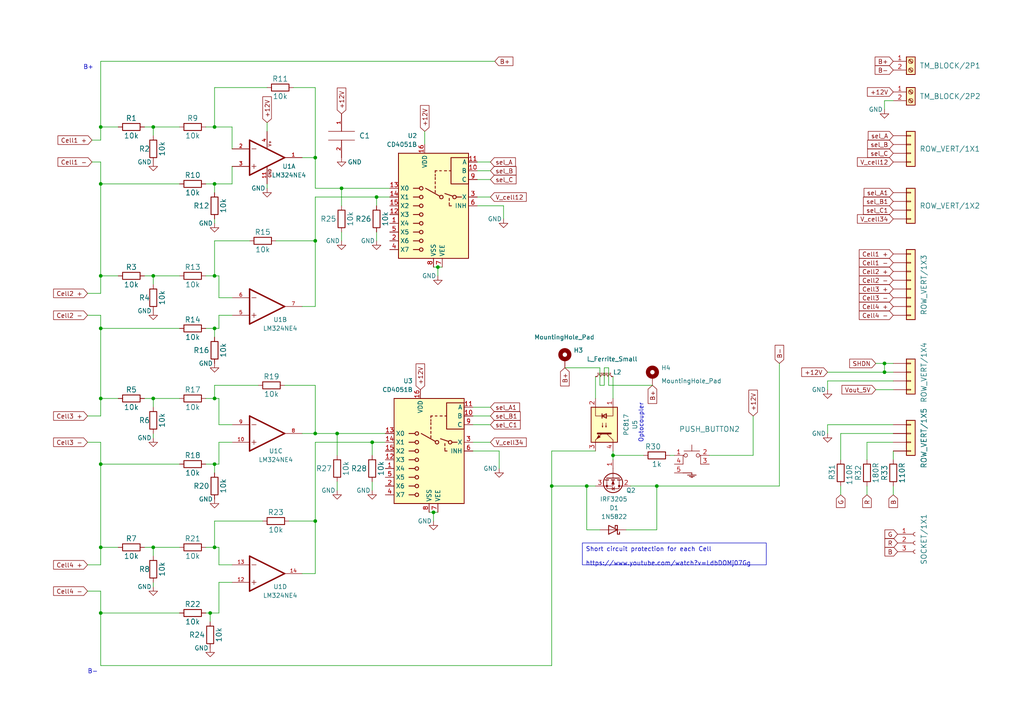
<source format=kicad_sch>
(kicad_sch (version 20230121) (generator eeschema)
  (paper "A4")
  (junction (at 29.21 134.62))
  (junction (at 256.54 107.95))
  (junction (at 99.06 54.61))
  (junction (at 91.44 125.73))
  (junction (at 160.02 140.97))
  (junction (at 60.96 177.8))
  (junction (at 109.22 57.15))
  (junction (at 91.44 45.72))
  (junction (at 125.73 148.59))
  (junction (at 29.21 115.57))
  (junction (at 29.21 80.01))
  (junction (at 62.23 36.83))
  (junction (at 29.21 95.25))
  (junction (at 91.44 69.85))
  (junction (at 44.45 36.83))
  (junction (at 29.21 36.83))
  (junction (at 177.8 132.08))
  (junction (at 29.21 158.75))
  (junction (at 44.45 158.75))
  (junction (at 62.23 80.01))
  (junction (at 97.79 125.73))
  (junction (at 170.18 140.97))
  (junction (at 127 77.47))
  (junction (at 44.45 115.57))
  (junction (at 44.45 80.01))
  (junction (at 62.23 115.57))
  (junction (at 190.5 140.97))
  (junction (at 62.23 95.25))
  (junction (at 107.95 128.27))
  (junction (at 256.54 105.41))
  (junction (at 91.44 151.13))
  (junction (at 29.21 177.8))
  (junction (at 62.23 134.62))
  (junction (at 62.23 53.34))
  (junction (at 62.23 158.75))
  (junction (at 29.21 53.34))
  (wire (pts (xy 254 113.03) (xy 259.08 113.03)))
  (wire (pts (xy 62.23 36.83) (xy 67.31 36.83)))
  (wire (pts (xy 160.02 130.81) (xy 160.02 140.97)))
  (wire (pts (xy 63.5 91.44) (xy 63.5 95.25)))
  (wire (pts (xy 44.45 125.73) (xy 44.45 127)))
  (wire (pts (xy 29.21 53.34) (xy 52.07 53.34)))
  (wire (pts (xy 41.91 115.57) (xy 44.45 115.57)))
  (wire (pts (xy 29.21 128.27) (xy 29.21 134.62)))
  (wire (pts (xy 256.54 105.41) (xy 256.54 107.95)))
  (wire (pts (xy 44.45 168.91) (xy 44.45 170.18)))
  (wire (pts (xy 125.73 77.47) (xy 127 77.47)))
  (wire (pts (xy 99.06 67.31) (xy 99.06 69.85)))
  (wire (pts (xy 182.88 140.97) (xy 190.5 140.97)))
  (wire (pts (xy 243.84 125.73) (xy 259.08 125.73)))
  (wire (pts (xy 60.96 177.8) (xy 60.96 180.34)))
  (wire (pts (xy 218.44 132.08) (xy 205.74 132.08)))
  (wire (pts (xy 29.21 158.75) (xy 34.29 158.75)))
  (wire (pts (xy 62.23 95.25) (xy 59.69 95.25)))
  (wire (pts (xy 87.63 125.73) (xy 91.44 125.73)))
  (wire (pts (xy 67.31 36.83) (xy 67.31 43.18)))
  (wire (pts (xy 91.44 111.76) (xy 91.44 125.73)))
  (wire (pts (xy 29.21 115.57) (xy 34.29 115.57)))
  (wire (pts (xy 41.91 36.83) (xy 44.45 36.83)))
  (wire (pts (xy 109.22 57.15) (xy 109.22 59.69)))
  (wire (pts (xy 138.43 49.53) (xy 142.24 49.53)))
  (wire (pts (xy 91.44 125.73) (xy 97.79 125.73)))
  (wire (pts (xy 59.69 80.01) (xy 62.23 80.01)))
  (wire (pts (xy 63.5 168.91) (xy 63.5 177.8)))
  (wire (pts (xy 123.19 41.91) (xy 123.19 38.1)))
  (wire (pts (xy 25.4 128.27) (xy 29.21 128.27)))
  (wire (pts (xy 63.5 123.19) (xy 67.31 123.19)))
  (wire (pts (xy 170.18 140.97) (xy 172.72 140.97)))
  (wire (pts (xy 137.16 128.27) (xy 142.24 128.27)))
  (wire (pts (xy 59.69 115.57) (xy 62.23 115.57)))
  (wire (pts (xy 80.01 69.85) (xy 91.44 69.85)))
  (wire (pts (xy 240.03 113.03) (xy 240.03 110.49)))
  (wire (pts (xy 82.55 111.76) (xy 91.44 111.76)))
  (wire (pts (xy 29.21 46.99) (xy 29.21 53.34)))
  (wire (pts (xy 160.02 140.97) (xy 170.18 140.97)))
  (wire (pts (xy 138.43 46.99) (xy 142.24 46.99)))
  (wire (pts (xy 63.5 80.01) (xy 63.5 86.36)))
  (wire (pts (xy 87.63 166.37) (xy 91.44 166.37)))
  (wire (pts (xy 107.95 128.27) (xy 107.95 132.08)))
  (wire (pts (xy 146.05 59.69) (xy 146.05 63.5)))
  (wire (pts (xy 173.99 111.76) (xy 175.26 111.76)))
  (wire (pts (xy 62.23 158.75) (xy 63.5 158.75)))
  (wire (pts (xy 127 77.47) (xy 127 80.01)))
  (wire (pts (xy 99.06 54.61) (xy 113.03 54.61)))
  (wire (pts (xy 62.23 36.83) (xy 62.23 25.4)))
  (wire (pts (xy 91.44 151.13) (xy 91.44 166.37)))
  (wire (pts (xy 256.54 105.41) (xy 259.08 105.41)))
  (wire (pts (xy 25.4 171.45) (xy 29.21 171.45)))
  (wire (pts (xy 62.23 69.85) (xy 72.39 69.85)))
  (wire (pts (xy 190.5 153.67) (xy 190.5 140.97)))
  (wire (pts (xy 29.21 91.44) (xy 29.21 95.25)))
  (wire (pts (xy 29.21 36.83) (xy 34.29 36.83)))
  (wire (pts (xy 163.83 106.68) (xy 173.99 106.68)))
  (wire (pts (xy 87.63 88.9) (xy 91.44 88.9)))
  (wire (pts (xy 176.53 106.68) (xy 176.53 111.76)))
  (wire (pts (xy 170.18 153.67) (xy 170.18 140.97)))
  (wire (pts (xy 62.23 151.13) (xy 76.2 151.13)))
  (wire (pts (xy 251.46 128.27) (xy 259.08 128.27)))
  (wire (pts (xy 41.91 80.01) (xy 44.45 80.01)))
  (wire (pts (xy 91.44 128.27) (xy 107.95 128.27)))
  (wire (pts (xy 29.21 53.34) (xy 29.21 80.01)))
  (wire (pts (xy 97.79 125.73) (xy 111.76 125.73)))
  (wire (pts (xy 177.8 132.08) (xy 186.69 132.08)))
  (wire (pts (xy 62.23 63.5) (xy 62.23 64.77)))
  (wire (pts (xy 172.72 109.22) (xy 172.72 115.57)))
  (wire (pts (xy 124.46 148.59) (xy 125.73 148.59)))
  (wire (pts (xy 226.06 105.41) (xy 226.06 140.97)))
  (wire (pts (xy 29.21 171.45) (xy 29.21 177.8)))
  (wire (pts (xy 41.91 158.75) (xy 44.45 158.75)))
  (wire (pts (xy 91.44 54.61) (xy 99.06 54.61)))
  (wire (pts (xy 91.44 45.72) (xy 91.44 54.61)))
  (wire (pts (xy 181.61 153.67) (xy 190.5 153.67)))
  (wire (pts (xy 160.02 193.04) (xy 160.02 140.97)))
  (wire (pts (xy 29.21 95.25) (xy 29.21 115.57)))
  (wire (pts (xy 62.23 115.57) (xy 62.23 111.76)))
  (wire (pts (xy 251.46 128.27) (xy 251.46 133.35)))
  (wire (pts (xy 62.23 111.76) (xy 74.93 111.76)))
  (wire (pts (xy 44.45 80.01) (xy 52.07 80.01)))
  (wire (pts (xy 259.08 140.97) (xy 259.08 143.51)))
  (wire (pts (xy 107.95 139.7) (xy 107.95 142.24)))
  (wire (pts (xy 67.31 91.44) (xy 63.5 91.44)))
  (wire (pts (xy 97.79 139.7) (xy 97.79 142.24)))
  (wire (pts (xy 137.16 120.65) (xy 142.24 120.65)))
  (wire (pts (xy 77.47 38.1) (xy 77.47 35.56)))
  (wire (pts (xy 62.23 158.75) (xy 62.23 151.13)))
  (wire (pts (xy 29.21 17.78) (xy 29.21 36.83)))
  (wire (pts (xy 175.26 106.68) (xy 176.53 106.68)))
  (wire (pts (xy 29.21 80.01) (xy 29.21 85.09)))
  (wire (pts (xy 67.31 128.27) (xy 63.5 128.27)))
  (wire (pts (xy 91.44 57.15) (xy 91.44 69.85)))
  (wire (pts (xy 243.84 125.73) (xy 243.84 133.35)))
  (wire (pts (xy 256.54 29.21) (xy 259.08 29.21)))
  (wire (pts (xy 240.03 110.49) (xy 259.08 110.49)))
  (wire (pts (xy 172.72 130.81) (xy 160.02 130.81)))
  (wire (pts (xy 29.21 134.62) (xy 29.21 158.75)))
  (wire (pts (xy 240.03 107.95) (xy 256.54 107.95)))
  (wire (pts (xy 177.8 130.81) (xy 177.8 132.08)))
  (wire (pts (xy 137.16 123.19) (xy 142.24 123.19)))
  (wire (pts (xy 59.69 158.75) (xy 62.23 158.75)))
  (wire (pts (xy 52.07 95.25) (xy 29.21 95.25)))
  (wire (pts (xy 109.22 67.31) (xy 109.22 69.85)))
  (wire (pts (xy 240.03 123.19) (xy 259.08 123.19)))
  (wire (pts (xy 25.4 85.09) (xy 29.21 85.09)))
  (wire (pts (xy 144.78 130.81) (xy 144.78 135.89)))
  (wire (pts (xy 87.63 45.72) (xy 91.44 45.72)))
  (wire (pts (xy 91.44 69.85) (xy 91.44 88.9)))
  (wire (pts (xy 138.43 57.15) (xy 142.24 57.15)))
  (wire (pts (xy 29.21 193.04) (xy 160.02 193.04)))
  (wire (pts (xy 29.21 134.62) (xy 52.07 134.62)))
  (wire (pts (xy 44.45 115.57) (xy 52.07 115.57)))
  (wire (pts (xy 59.69 53.34) (xy 62.23 53.34)))
  (wire (pts (xy 91.44 25.4) (xy 91.44 45.72)))
  (wire (pts (xy 177.8 109.22) (xy 177.8 115.57)))
  (wire (pts (xy 63.5 86.36) (xy 67.31 86.36)))
  (wire (pts (xy 25.4 91.44) (xy 29.21 91.44)))
  (wire (pts (xy 137.16 130.81) (xy 144.78 130.81)))
  (wire (pts (xy 125.73 148.59) (xy 127 148.59)))
  (wire (pts (xy 59.69 36.83) (xy 62.23 36.83)))
  (wire (pts (xy 63.5 163.83) (xy 67.31 163.83)))
  (wire (pts (xy 177.8 132.08) (xy 177.8 133.35)))
  (wire (pts (xy 44.45 115.57) (xy 44.45 118.11)))
  (wire (pts (xy 62.23 97.79) (xy 62.23 95.25)))
  (wire (pts (xy 256.54 107.95) (xy 259.08 107.95)))
  (wire (pts (xy 29.21 115.57) (xy 29.21 120.65)))
  (wire (pts (xy 67.31 168.91) (xy 63.5 168.91)))
  (wire (pts (xy 62.23 134.62) (xy 63.5 134.62)))
  (wire (pts (xy 63.5 177.8) (xy 60.96 177.8)))
  (wire (pts (xy 62.23 25.4) (xy 77.47 25.4)))
  (wire (pts (xy 67.31 53.34) (xy 67.31 48.26)))
  (wire (pts (xy 97.79 125.73) (xy 97.79 132.08)))
  (wire (pts (xy 218.44 120.65) (xy 218.44 132.08)))
  (wire (pts (xy 63.5 115.57) (xy 63.5 123.19)))
  (wire (pts (xy 63.5 158.75) (xy 63.5 163.83)))
  (wire (pts (xy 29.21 158.75) (xy 29.21 163.83)))
  (wire (pts (xy 99.06 54.61) (xy 99.06 59.69)))
  (wire (pts (xy 62.23 53.34) (xy 67.31 53.34)))
  (wire (pts (xy 26.67 40.64) (xy 29.21 40.64)))
  (wire (pts (xy 63.5 95.25) (xy 62.23 95.25)))
  (wire (pts (xy 60.96 177.8) (xy 59.69 177.8)))
  (wire (pts (xy 240.03 125.73) (xy 240.03 123.19)))
  (wire (pts (xy 62.23 55.88) (xy 62.23 53.34)))
  (wire (pts (xy 194.31 132.08) (xy 195.58 132.08)))
  (wire (pts (xy 63.5 128.27) (xy 63.5 134.62)))
  (wire (pts (xy 29.21 193.04) (xy 29.21 177.8)))
  (wire (pts (xy 109.22 57.15) (xy 91.44 57.15)))
  (wire (pts (xy 52.07 177.8) (xy 29.21 177.8)))
  (wire (pts (xy 107.95 128.27) (xy 111.76 128.27)))
  (wire (pts (xy 125.73 148.59) (xy 125.73 151.13)))
  (wire (pts (xy 175.26 111.76) (xy 175.26 106.68)))
  (wire (pts (xy 29.21 17.78) (xy 143.51 17.78)))
  (wire (pts (xy 127 77.47) (xy 128.27 77.47)))
  (wire (pts (xy 29.21 80.01) (xy 34.29 80.01)))
  (wire (pts (xy 59.69 134.62) (xy 62.23 134.62)))
  (wire (pts (xy 44.45 36.83) (xy 44.45 39.37)))
  (wire (pts (xy 173.99 153.67) (xy 170.18 153.67)))
  (wire (pts (xy 44.45 158.75) (xy 52.07 158.75)))
  (wire (pts (xy 137.16 118.11) (xy 142.24 118.11)))
  (wire (pts (xy 83.82 151.13) (xy 91.44 151.13)))
  (wire (pts (xy 113.03 57.15) (xy 109.22 57.15)))
  (wire (pts (xy 173.99 106.68) (xy 173.99 111.76)))
  (wire (pts (xy 190.5 140.97) (xy 226.06 140.97)))
  (wire (pts (xy 243.84 140.97) (xy 243.84 143.51)))
  (wire (pts (xy 29.21 36.83) (xy 29.21 40.64)))
  (wire (pts (xy 138.43 52.07) (xy 142.24 52.07)))
  (wire (pts (xy 44.45 36.83) (xy 52.07 36.83)))
  (wire (pts (xy 44.45 80.01) (xy 44.45 82.55)))
  (wire (pts (xy 259.08 133.35) (xy 259.08 130.81)))
  (wire (pts (xy 25.4 120.65) (xy 29.21 120.65)))
  (wire (pts (xy 26.67 46.99) (xy 29.21 46.99)))
  (wire (pts (xy 254 105.41) (xy 256.54 105.41)))
  (wire (pts (xy 85.09 25.4) (xy 91.44 25.4)))
  (wire (pts (xy 62.23 80.01) (xy 63.5 80.01)))
  (wire (pts (xy 44.45 158.75) (xy 44.45 161.29)))
  (wire (pts (xy 176.53 111.76) (xy 189.23 111.76)))
  (wire (pts (xy 62.23 115.57) (xy 63.5 115.57)))
  (wire (pts (xy 256.54 31.75) (xy 256.54 29.21)))
  (wire (pts (xy 251.46 140.97) (xy 251.46 143.51)))
  (wire (pts (xy 62.23 134.62) (xy 62.23 137.16)))
  (wire (pts (xy 77.47 53.34) (xy 77.47 54.61)))
  (wire (pts (xy 138.43 59.69) (xy 146.05 59.69)))
  (wire (pts (xy 91.44 151.13) (xy 91.44 128.27)))
  (wire (pts (xy 25.4 163.83) (xy 29.21 163.83)))
  (wire (pts (xy 62.23 80.01) (xy 62.23 69.85)))
  (text_box "Short circuit protection for each Cell\n\nhttps://www.youtube.com/watch?v=LdbDOMj07Gg\n" (at 168.91 157.48 0) (size 53.34 6.35) (effects (font (size 1.27 1.27)) (justify left top)))
  (text "B+" (at 24.13 20.32 0) (effects (font (size 1.27 1.27)) (justify left bottom)))
  (text "B-" (at 25.4 195.58 0) (effects (font (size 1.27 1.27)) (justify left bottom)))
  (text "Optocoupler" (at 186.69 116.84 90) (effects (font (size 1.27 1.27)) (justify right bottom)))
  (global_label "+12V" (shape input) (at 99.06 33.02 90) (property "Intersheetrefs" "${INTERSHEET_REFS}" (effects hide)))
  (global_label "sel_C" (shape input) (at 259.08 44.45 180) (property "Intersheetrefs" "${INTERSHEET_REFS}" (effects hide)))
  (global_label "sel_A1" (shape input) (at 259.08 55.88 180) (property "Intersheetrefs" "${INTERSHEET_REFS}" (effects hide)))
  (global_label "+12V" (shape input) (at 259.08 26.67 180) (property "Intersheetrefs" "${INTERSHEET_REFS}" (effects hide)))
  (global_label "sel_A" (shape input) (at 259.08 39.37 180) (property "Intersheetrefs" "${INTERSHEET_REFS}" (effects hide)))
  (global_label "Cell3 -" (shape input) (at 25.4 128.27 180) (property "Intersheetrefs" "${INTERSHEET_REFS}" (effects hide)))
  (global_label "B+" (shape input) (at 259.08 17.78 180) (property "Intersheetrefs" "${INTERSHEET_REFS}" (effects hide)))
  (global_label "sel_A1" (shape input) (at 142.24 118.11 0) (property "Intersheetrefs" "${INTERSHEET_REFS}" (effects hide)))
  (global_label "sel_A" (shape input) (at 142.24 46.99 0) (property "Intersheetrefs" "${INTERSHEET_REFS}" (effects hide)))
  (global_label "sel_C1" (shape input) (at 259.08 60.96 180) (property "Intersheetrefs" "${INTERSHEET_REFS}" (effects hide)))
  (global_label "Cell4 -" (shape input) (at 259.08 91.44 180) (property "Intersheetrefs" "${INTERSHEET_REFS}" (effects hide)))
  (global_label "Cell1 +" (shape input) (at 259.08 73.66 180) (property "Intersheetrefs" "${INTERSHEET_REFS}" (effects hide)))
  (global_label "Cell2 +" (shape input) (at 25.4 85.09 180) (property "Intersheetrefs" "${INTERSHEET_REFS}" (effects hide)))
  (global_label "Cell1 -" (shape input) (at 26.67 46.99 180) (property "Intersheetrefs" "${INTERSHEET_REFS}" (effects hide)))
  (global_label "sel_B" (shape input) (at 142.24 49.53 0) (property "Intersheetrefs" "${INTERSHEET_REFS}" (effects hide)))
  (global_label "V_cell34" (shape input) (at 259.08 63.5 180) (property "Intersheetrefs" "${INTERSHEET_REFS}" (effects hide)))
  (global_label "V_cell12" (shape input) (at 142.24 57.15 0) (property "Intersheetrefs" "${INTERSHEET_REFS}" (effects hide)))
  (global_label "sel_C1" (shape input) (at 142.24 123.19 0) (property "Intersheetrefs" "${INTERSHEET_REFS}" (effects hide)))
  (global_label "Cell1 -" (shape input) (at 259.08 76.2 180) (property "Intersheetrefs" "${INTERSHEET_REFS}" (effects hide)))
  (global_label "Cell3 +" (shape input) (at 259.08 83.82 180) (property "Intersheetrefs" "${INTERSHEET_REFS}" (effects hide)))
  (global_label "V_cell34" (shape input) (at 142.24 128.27 0) (property "Intersheetrefs" "${INTERSHEET_REFS}" (effects hide)))
  (global_label "B+" (shape input) (at 143.51 17.78 0) (property "Intersheetrefs" "${INTERSHEET_REFS}" (effects hide)))
  (global_label "B-" (shape input) (at 226.06 105.41 90) (property "Intersheetrefs" "${INTERSHEET_REFS}" (effects hide)))
  (global_label "Vout_5V" (shape input) (at 254 113.03 180) (property "Intersheetrefs" "${INTERSHEET_REFS}" (effects hide)))
  (global_label "R" (shape input) (at 251.46 143.51 270) (property "Intersheetrefs" "${INTERSHEET_REFS}" (effects hide)))
  (global_label "B" (shape input) (at 259.08 143.51 270) (property "Intersheetrefs" "${INTERSHEET_REFS}" (effects hide)))
  (global_label "SHDN" (shape input) (at 254 105.41 180) (property "Intersheetrefs" "${INTERSHEET_REFS}" (effects hide)))
  (global_label "Cell3 -" (shape input) (at 259.08 86.36 180) (property "Intersheetrefs" "${INTERSHEET_REFS}" (effects hide)))
  (global_label "Cell4 +" (shape input) (at 259.08 88.9 180) (property "Intersheetrefs" "${INTERSHEET_REFS}" (effects hide)))
  (global_label "Cell1 +" (shape input) (at 26.67 40.64 180) (property "Intersheetrefs" "${INTERSHEET_REFS}" (effects hide)))
  (global_label "sel_B1" (shape input) (at 142.24 120.65 0) (property "Intersheetrefs" "${INTERSHEET_REFS}" (effects hide)))
  (global_label "sel_B1" (shape input) (at 259.08 58.42 180) (property "Intersheetrefs" "${INTERSHEET_REFS}" (effects hide)))
  (global_label "B" (shape input) (at 260.35 160.02 180) (property "Intersheetrefs" "${INTERSHEET_REFS}" (effects hide)))
  (global_label "B+" (shape input) (at 163.83 106.68 270) (property "Intersheetrefs" "${INTERSHEET_REFS}" (effects hide)))
  (global_label "R" (shape input) (at 260.35 157.48 180) (property "Intersheetrefs" "${INTERSHEET_REFS}" (effects hide)))
  (global_label "Cell2 +" (shape input) (at 259.08 78.74 180) (property "Intersheetrefs" "${INTERSHEET_REFS}" (effects hide)))
  (global_label "Cell3 +" (shape input) (at 25.4 120.65 180) (property "Intersheetrefs" "${INTERSHEET_REFS}" (effects hide)))
  (global_label "+12V" (shape input) (at 240.03 107.95 180) (property "Intersheetrefs" "${INTERSHEET_REFS}" (effects hide)))
  (global_label "G" (shape input) (at 260.35 154.94 180) (property "Intersheetrefs" "${INTERSHEET_REFS}" (effects hide)))
  (global_label "+12V" (shape input) (at 77.47 35.56 90) (property "Intersheetrefs" "${INTERSHEET_REFS}" (effects hide)))
  (global_label "B+" (shape input) (at 189.23 111.76 270) (property "Intersheetrefs" "${INTERSHEET_REFS}" (effects hide)))
  (global_label "sel_C" (shape input) (at 142.24 52.07 0) (property "Intersheetrefs" "${INTERSHEET_REFS}" (effects hide)))
  (global_label "G" (shape input) (at 243.84 143.51 270) (property "Intersheetrefs" "${INTERSHEET_REFS}" (effects hide)))
  (global_label "Cell2 -" (shape input) (at 259.08 81.28 180) (property "Intersheetrefs" "${INTERSHEET_REFS}" (effects hide)))
  (global_label "+12V" (shape input) (at 121.92 113.03 90) (property "Intersheetrefs" "${INTERSHEET_REFS}" (effects hide)))
  (global_label "Cell4 +" (shape input) (at 25.4 163.83 180) (property "Intersheetrefs" "${INTERSHEET_REFS}" (effects hide)))
  (global_label "+12V" (shape input) (at 123.19 38.1 90) (property "Intersheetrefs" "${INTERSHEET_REFS}" (effects hide)))
  (global_label "Cell2 -" (shape input) (at 25.4 91.44 180) (property "Intersheetrefs" "${INTERSHEET_REFS}" (effects hide)))
  (global_label "V_cell12" (shape input) (at 259.08 46.99 180) (property "Intersheetrefs" "${INTERSHEET_REFS}" (effects hide)))
  (global_label "sel_B" (shape input) (at 259.08 41.91 180) (property "Intersheetrefs" "${INTERSHEET_REFS}" (effects hide)))
  (global_label "Cell4 -" (shape input) (at 25.4 171.45 180) (property "Intersheetrefs" "${INTERSHEET_REFS}" (effects hide)))
  (global_label "+12V" (shape input) (at 218.44 120.65 90) (property "Intersheetrefs" "${INTERSHEET_REFS}" (effects hide)))
  (global_label "B-" (shape input) (at 259.08 20.32 180) (property "Intersheetrefs" "${INTERSHEET_REFS}" (effects hide)))
  (symbol (lib_id "VAMK_R:10k") (at 55.88 80.01 180) (unit 1)
    (property "Reference" "R13" (at 55.88 77.47 0) (effects (font (size 1.524 1.524))))
    (property "Value" "10k" (at 55.88 82.55 0) (effects (font (size 1.524 1.524))))
    (property "Footprint" "VAMK_R:R3_5W" (effects hide))
    (property "Datasheet" "\"\"" (effects hide))
    (property "Storing Location" " 1.9.1.1" (effects hide))
    (property "Tolerance" "+-1%" (effects hide))
    (property "Order Number Elfa" "60-734-23" (effects hide))
    (property "Order Number Farnell" "9463976" (effects hide))
    (property "Blank Field" "none" (effects hide))
  )
  (symbol (lib_id "VAMK_CON:SOCKET_1X3") (at 265.43 157.48 0) (unit 1)
    (property "Reference" "SOCKET/1X1" (at 267.97 163.83 90) (effects (font (size 1.524 1.524)) (justify left)))
    (property "Value" "SOCKET_1X3" (effects hide))
    (property "Footprint" "VAMK_CON:SOCKET_1x3" (effects hide))
    (property "Datasheet" "\"\"" (effects hide))
    (property "Storing Location" "3.9.4.X" (effects hide))
    (property "Order Number Elfa" "44-157-59" (effects hide))
    (property "Order Numer Farnell" "366-5707" (effects hide))
  )
  (symbol (lib_id "LM324NE4:LM324NE4") (at 77.47 88.9 0) (unit 2)
    (property "Reference" "U1" (at 81.28 92.71 0))
    (property "Value" "LM324NE4" (at 81.28 95.25 0))
    (property "Footprint" "Package_DIP:DIP-14_W7.62mm_Socket_LongPads" (effects hide))
    (property "MF" "Texas Instruments" (effects hide))
    (property "MAXIMUM_PACKAGE_HEIGHT" "5.08mm" (effects hide))
    (property "Package" "PDIP-14 Texas Instruments" (effects hide))
    (property "Price" "None" (effects hide))
    (property "Check_prices" "https://www.snapeda.com/parts/LM324NE4/Texas+Instruments/view-part/?ref=eda" (effects hide))
    (property "STANDARD" "IPC-7351B" (effects hide))
    (property "PARTREV" "D" (effects hide))
    (property "SnapEDA_Link" "https://www.snapeda.com/parts/LM324NE4/Texas+Instruments/view-part/?ref=snap" (effects hide))
    (property "MP" "LM324NE4" (effects hide))
    (property "Purchase-URL" "https://www.snapeda.com/api/url_track_click_mouser/?unipart_id=18368&manufacturer=Texas Instruments&part_name=LM324NE4&search_term=lm324" (effects hide))
    (property "Description" "\nQuad, 30-V, 1.2-MHz operational amplifier\n" (effects hide))
    (property "Availability" "In Stock" (effects hide))
    (property "MANUFACTURER" "Texas Instruments" (effects hide))
  )
  (symbol (lib_id "power:GND") (at 44.45 46.99 0) (unit 1)
    (property "Reference" "#PWR02" (effects hide))
    (property "Value" "GND" (at 41.91 46.99 0))
  )
  (symbol (lib_id "VAMK_CON:ROW_VERT_1X4") (at 264.16 58.42 0) (unit 1)
    (property "Reference" "ROW_VERT/1X2" (at 266.7 59.69 0) (effects (font (size 1.524 1.524)) (justify left)))
    (property "Value" "ROW_VERT_1X4" (effects hide))
    (property "Footprint" "VAMK_CON:ROW_VERT_1x4" (effects hide))
    (property "Datasheet" "\"\"" (effects hide))
    (property "Storing Location" "3.10.1.X" (effects hide))
    (property "Order Number Elfa" "43-702-19" (effects hide))
    (property "Order Numer Farnell" "329-1807" (effects hide))
  )
  (symbol (lib_id "VAMK_R:10k") (at 55.88 134.62 180) (unit 1)
    (property "Reference" "R18" (at 55.88 132.08 0) (effects (font (size 1.524 1.524))))
    (property "Value" "10k" (at 55.88 137.16 0) (effects (font (size 1.524 1.524))))
    (property "Footprint" "VAMK_R:R3_5W" (effects hide))
    (property "Datasheet" "\"\"" (effects hide))
    (property "Storing Location" " 1.9.1.1" (effects hide))
    (property "Tolerance" "+-1%" (effects hide))
    (property "Order Number Elfa" "60-734-23" (effects hide))
    (property "Order Number Farnell" "9463976" (effects hide))
    (property "Blank Field" "none" (effects hide))
  )
  (symbol (lib_id "VAMK_R:10k") (at 38.1 115.57 180) (unit 1)
    (property "Reference" "R5" (at 38.1 113.03 0) (effects (font (size 1.524 1.524))))
    (property "Value" "10k" (at 38.1 118.11 0) (effects (font (size 1.524 1.524))))
    (property "Footprint" "VAMK_R:R3_5W" (effects hide))
    (property "Datasheet" "\"\"" (effects hide))
    (property "Storing Location" " 1.9.1.1" (effects hide))
    (property "Tolerance" "+-1%" (effects hide))
    (property "Order Number Elfa" "60-734-23" (effects hide))
    (property "Order Number Farnell" "9463976" (effects hide))
    (property "Blank Field" "none" (effects hide))
  )
  (symbol (lib_id "VAMK_R:10k") (at 80.01 151.13 180) (unit 1)
    (property "Reference" "R23" (at 80.01 148.59 0) (effects (font (size 1.524 1.524))))
    (property "Value" "10k" (at 80.01 153.67 0) (effects (font (size 1.524 1.524))))
    (property "Footprint" "VAMK_R:R3_5W" (effects hide))
    (property "Datasheet" "\"\"" (effects hide))
    (property "Storing Location" " 1.9.1.1" (effects hide))
    (property "Tolerance" "+-1%" (effects hide))
    (property "Order Number Elfa" "60-734-23" (effects hide))
    (property "Order Number Farnell" "9463976" (effects hide))
    (property "Blank Field" "none" (effects hide))
  )
  (symbol (lib_id "power:GND") (at 127 80.01 0) (unit 1)
    (property "Reference" "#PWR013" (effects hide))
    (property "Value" "GND" (at 124.46 80.01 0))
  )
  (symbol (lib_id "VAMK_R:10k") (at 62.23 59.69 270) (unit 1)
    (property "Reference" "R12" (at 58.42 59.69 90) (effects (font (size 1.524 1.524))))
    (property "Value" "10k" (at 64.77 59.69 0) (effects (font (size 1.524 1.524))))
    (property "Footprint" "VAMK_R:R3_5W" (effects hide))
    (property "Datasheet" "\"\"" (effects hide))
    (property "Storing Location" " 1.9.1.1" (effects hide))
    (property "Tolerance" "+-1%" (effects hide))
    (property "Order Number Elfa" "60-734-23" (effects hide))
    (property "Order Number Farnell" "9463976" (effects hide))
    (property "Blank Field" "none" (effects hide))
  )
  (symbol (lib_id "power:GND") (at 44.45 90.17 0) (unit 1)
    (property "Reference" "#PWR05" (effects hide))
    (property "Value" "GND" (at 41.91 90.17 0))
  )
  (symbol (lib_id "VAMK_R:10k") (at 55.88 36.83 180) (unit 1)
    (property "Reference" "R9" (at 55.88 34.29 0) (effects (font (size 1.524 1.524))))
    (property "Value" "10k" (at 55.88 39.37 0) (effects (font (size 1.524 1.524))))
    (property "Footprint" "VAMK_R:R3_5W" (effects hide))
    (property "Datasheet" "\"\"" (effects hide))
    (property "Storing Location" " 1.9.1.1" (effects hide))
    (property "Tolerance" "+-1%" (effects hide))
    (property "Order Number Elfa" "60-734-23" (effects hide))
    (property "Order Number Farnell" "9463976" (effects hide))
    (property "Blank Field" "none" (effects hide))
  )
  (symbol (lib_id "Diode:1N5822") (at 177.8 153.67 180) (unit 1)
    (property "Reference" "D1" (at 178.1175 147.32 0))
    (property "Value" "1N5822" (at 178.1175 149.86 0))
    (property "Footprint" "Diode_THT:D_DO-201AD_P15.24mm_Horizontal" (effects hide))
    (property "Datasheet" "http://www.vishay.com/docs/88526/1n5820.pdf" (effects hide))
  )
  (symbol (lib_id "Mechanical:MountingHole_Pad") (at 163.83 104.14 0) (unit 1)
    (property "Reference" "H3" (at 166.37 101.6 0) (effects (justify left)))
    (property "Value" "MountingHole_Pad" (at 154.94 97.79 0) (effects (justify left)))
    (property "Footprint" "MountingHole:MountingHole_2.2mm_M2_Pad" (effects hide))
  )
  (symbol (lib_id "power:GND") (at 240.03 125.73 0) (unit 1)
    (property "Reference" "#PWR026" (effects hide))
    (property "Value" "GND" (at 237.49 125.73 0))
  )
  (symbol (lib_id "power:GND") (at 146.05 63.5 0) (unit 1)
    (property "Reference" "#PWR016" (effects hide))
    (property "Value" "GND" (at 143.51 63.5 0))
  )
  (symbol (lib_id "VAMK_R:10k") (at 55.88 177.8 180) (unit 1)
    (property "Reference" "R22" (at 55.88 175.26 0) (effects (font (size 1.524 1.524))))
    (property "Value" "10k" (at 55.88 180.34 0) (effects (font (size 1.524 1.524))))
    (property "Footprint" "VAMK_R:R3_5W" (effects hide))
    (property "Datasheet" "\"\"" (effects hide))
    (property "Storing Location" " 1.9.1.1" (effects hide))
    (property "Tolerance" "+-1%" (effects hide))
    (property "Order Number Elfa" "60-734-23" (effects hide))
    (property "Order Number Farnell" "9463976" (effects hide))
    (property "Blank Field" "none" (effects hide))
  )
  (symbol (lib_id "VAMK_R:10k") (at 81.28 25.4 180) (unit 1)
    (property "Reference" "R11" (at 81.28 22.86 0) (effects (font (size 1.524 1.524))))
    (property "Value" "10k" (at 81.28 27.94 0) (effects (font (size 1.524 1.524))))
    (property "Footprint" "VAMK_R:R3_5W" (effects hide))
    (property "Datasheet" "\"\"" (effects hide))
    (property "Storing Location" " 1.9.1.1" (effects hide))
    (property "Tolerance" "+-1%" (effects hide))
    (property "Order Number Elfa" "60-734-23" (effects hide))
    (property "Order Number Farnell" "9463976" (effects hide))
    (property "Blank Field" "none" (effects hide))
  )
  (symbol (lib_id "Device:L_Ferrite_Small") (at 175.26 109.22 90) (unit 1)
    (property "Reference" "L2" (at 177.8 107.95 90) (effects (justify right)))
    (property "Value" "L_Ferrite_Small" (at 170.18 104.14 90) (effects (justify right)))
    (property "Footprint" "Coil_100u:PE92112KNL" (effects hide))
  )
  (symbol (lib_id "VAMK_CON:ROW_VERT_1X4") (at 264.16 107.95 0) (unit 1)
    (property "Reference" "ROW_VERT/1X4" (at 267.97 116.84 90) (effects (font (size 1.524 1.524)) (justify left)))
    (property "Value" "ROW_VERT_1X4" (effects hide))
    (property "Footprint" "VAMK_CON:ROW_VERT_1x4" (effects hide))
    (property "Datasheet" "\"\"" (effects hide))
    (property "Storing Location" "3.10.1.X" (effects hide))
    (property "Order Number Elfa" "43-702-19" (effects hide))
    (property "Order Numer Farnell" "329-1807" (effects hide))
  )
  (symbol (lib_id "LM324NE4:LM324NE4") (at 77.47 45.72 0) (unit 1)
    (property "Reference" "U1" (at 83.82 48.26 0))
    (property "Value" "LM324NE4" (at 83.82 50.8 0))
    (property "Footprint" "Package_DIP:DIP-14_W7.62mm_Socket_LongPads" (effects hide))
    (property "MF" "Texas Instruments" (effects hide))
    (property "MAXIMUM_PACKAGE_HEIGHT" "5.08mm" (effects hide))
    (property "Package" "PDIP-14 Texas Instruments" (effects hide))
    (property "Price" "None" (effects hide))
    (property "Check_prices" "https://www.snapeda.com/parts/LM324NE4/Texas+Instruments/view-part/?ref=eda" (effects hide))
    (property "STANDARD" "IPC-7351B" (effects hide))
    (property "PARTREV" "D" (effects hide))
    (property "SnapEDA_Link" "https://www.snapeda.com/parts/LM324NE4/Texas+Instruments/view-part/?ref=snap" (effects hide))
    (property "MP" "LM324NE4" (effects hide))
    (property "Purchase-URL" "https://www.snapeda.com/api/url_track_click_mouser/?unipart_id=18368&manufacturer=Texas Instruments&part_name=LM324NE4&search_term=lm324" (effects hide))
    (property "Description" "\nQuad, 30-V, 1.2-MHz operational amplifier\n" (effects hide))
    (property "Availability" "In Stock" (effects hide))
    (property "MANUFACTURER" "Texas Instruments" (effects hide))
  )
  (symbol (lib_id "VAMK_R:180R") (at 251.46 137.16 90) (unit 1)
    (property "Reference" "R32" (at 248.92 137.16 0) (effects (font (size 1.524 1.524))))
    (property "Value" "180R" (at 254 137.16 0) (effects (font (size 1.524 1.524))))
    (property "Footprint" "VAMK_R:R3_5W" (effects hide))
    (property "Datasheet" "\"\"" (effects hide))
    (property "Storing Location" " 1.5.3.1" (effects hide))
    (property "Tolerance" "+-1%" (effects hide))
    (property "Order Number Elfa" "60-714-19" (effects hide))
    (property "Order Number Farnell" "9464980" (effects hide))
    (property "Blank Field" "none" (effects hide))
  )
  (symbol (lib_id "VAMK_R:10k") (at 78.74 111.76 180) (unit 1)
    (property "Reference" "R19" (at 78.74 109.22 0) (effects (font (size 1.524 1.524))))
    (property "Value" "10k" (at 78.74 114.3 0) (effects (font (size 1.524 1.524))))
    (property "Footprint" "VAMK_R:R3_5W" (effects hide))
    (property "Datasheet" "\"\"" (effects hide))
    (property "Storing Location" " 1.9.1.1" (effects hide))
    (property "Tolerance" "+-1%" (effects hide))
    (property "Order Number Elfa" "60-734-23" (effects hide))
    (property "Order Number Farnell" "9463976" (effects hide))
    (property "Blank Field" "none" (effects hide))
  )
  (symbol (lib_id "power:GND") (at 99.06 45.72 0) (unit 1)
    (property "Reference" "#PWR023" (effects hide))
    (property "Value" "GND" (at 102.87 46.99 0))
  )
  (symbol (lib_id "Analog_Switch:CD4051B") (at 125.73 59.69 0) (mirror y) (unit 1)
    (property "Reference" "U2" (at 120.9959 39.37 0) (effects (justify left)))
    (property "Value" "CD4051B" (at 120.9959 41.91 0) (effects (justify left)))
    (property "Footprint" "Package_DIP:DIP-16_W7.62mm_Socket_LongPads" (effects hide))
    (property "Datasheet" "http://www.ti.com/lit/ds/symlink/cd4052b.pdf" (effects hide))
  )
  (symbol (lib_id "VAMK_R:10k") (at 44.45 43.18 270) (unit 1)
    (property "Reference" "R2" (at 41.91 43.18 90) (effects (font (size 1.524 1.524))))
    (property "Value" "10k" (at 46.99 43.18 0) (effects (font (size 1.524 1.524))))
    (property "Footprint" "VAMK_R:R3_5W" (effects hide))
    (property "Datasheet" "\"\"" (effects hide))
    (property "Storing Location" " 1.9.1.1" (effects hide))
    (property "Tolerance" "+-1%" (effects hide))
    (property "Order Number Elfa" "60-734-23" (effects hide))
    (property "Order Number Farnell" "9463976" (effects hide))
    (property "Blank Field" "none" (effects hide))
  )
  (symbol (lib_id "power:GND") (at 97.79 142.24 0) (unit 1)
    (property "Reference" "#PWR021" (effects hide))
    (property "Value" "GND" (at 95.25 142.24 0))
  )
  (symbol (lib_id "VAMK_R:10k") (at 38.1 80.01 180) (unit 1)
    (property "Reference" "R3" (at 38.1 77.47 0) (effects (font (size 1.524 1.524))))
    (property "Value" "10k" (at 38.1 82.55 0) (effects (font (size 1.524 1.524))))
    (property "Footprint" "VAMK_R:R3_5W" (effects hide))
    (property "Datasheet" "\"\"" (effects hide))
    (property "Storing Location" " 1.9.1.1" (effects hide))
    (property "Tolerance" "+-1%" (effects hide))
    (property "Order Number Elfa" "60-734-23" (effects hide))
    (property "Order Number Farnell" "9463976" (effects hide))
    (property "Blank Field" "none" (effects hide))
  )
  (symbol (lib_id "Analog_Switch:CD4051B") (at 124.46 130.81 0) (mirror y) (unit 1)
    (property "Reference" "U3" (at 119.7259 110.49 0) (effects (justify left)))
    (property "Value" "CD4051B" (at 119.7259 113.03 0) (effects (justify left)))
    (property "Footprint" "Package_DIP:DIP-16_W7.62mm_Socket_LongPads" (effects hide))
    (property "Datasheet" "http://www.ti.com/lit/ds/symlink/cd4052b.pdf" (effects hide))
  )
  (symbol (lib_id "power:GND") (at 62.23 105.41 0) (unit 1)
    (property "Reference" "#PWR03" (effects hide))
    (property "Value" "GND" (at 59.69 105.41 0))
  )
  (symbol (lib_id "Mechanical:MountingHole_Pad") (at 189.23 109.22 0) (unit 1)
    (property "Reference" "H4" (at 191.77 106.68 0) (effects (justify left)))
    (property "Value" "MountingHole_Pad" (at 191.77 110.49 0) (effects (justify left)))
    (property "Footprint" "MountingHole:MountingHole_2.2mm_M2_Pad" (effects hide))
  )
  (symbol (lib_id "LM324NE4:LM324NE4") (at 77.47 166.37 0) (unit 4)
    (property "Reference" "U1" (at 81.28 170.18 0))
    (property "Value" "LM324NE4" (at 81.28 172.72 0))
    (property "Footprint" "Package_DIP:DIP-14_W7.62mm_Socket_LongPads" (effects hide))
    (property "MF" "Texas Instruments" (effects hide))
    (property "MAXIMUM_PACKAGE_HEIGHT" "5.08mm" (effects hide))
    (property "Package" "PDIP-14 Texas Instruments" (effects hide))
    (property "Price" "None" (effects hide))
    (property "Check_prices" "https://www.snapeda.com/parts/LM324NE4/Texas+Instruments/view-part/?ref=eda" (effects hide))
    (property "STANDARD" "IPC-7351B" (effects hide))
    (property "PARTREV" "D" (effects hide))
    (property "SnapEDA_Link" "https://www.snapeda.com/parts/LM324NE4/Texas+Instruments/view-part/?ref=snap" (effects hide))
    (property "MP" "LM324NE4" (effects hide))
    (property "Purchase-URL" "https://www.snapeda.com/api/url_track_click_mouser/?unipart_id=18368&manufacturer=Texas Instruments&part_name=LM324NE4&search_term=lm324" (effects hide))
    (property "Description" "\nQuad, 30-V, 1.2-MHz operational amplifier\n" (effects hide))
    (property "Availability" "In Stock" (effects hide))
    (property "MANUFACTURER" "Texas Instruments" (effects hide))
  )
  (symbol (lib_id "power:GND") (at 60.96 187.96 0) (unit 1)
    (property "Reference" "#PWR012" (effects hide))
    (property "Value" "GND" (at 58.42 187.96 0))
  )
  (symbol (lib_id "power:GND") (at 44.45 170.18 0) (unit 1)
    (property "Reference" "#PWR07" (effects hide))
    (property "Value" "GND" (at 41.91 170.18 0))
  )
  (symbol (lib_id "VAMK_MISC:PUSH_BUTTON") (at 200.66 132.08 0) (unit 1)
    (property "Reference" "PUSH_BUTTON2" (at 214.63 124.46 0) (effects (font (size 1.524 1.524)) (justify right)))
    (property "Value" "PUSH_BUTTON" (effects hide))
    (property "Footprint" "VAMK_MISC:SKHHQV" (effects hide))
    (property "Datasheet" "\"\"" (effects hide))
    (property "Storing Location" "4.3.4.2" (effects hide))
    (property "Order Number Elfa" "35-677-24" (effects hide))
    (property "Order Number Farnell" "35-677-24" (effects hide))
  )
  (symbol (lib_id "VAMK_R:1k") (at 190.5 132.08 0) (unit 1)
    (property "Reference" "R30" (at 191.77 129.54 0) (effects (font (size 1.524 1.524)) (justify right)))
    (property "Value" "1k" (at 190.5 134.62 0) (effects (font (size 1.524 1.524))))
    (property "Footprint" "VAMK_R:R3_5W" (effects hide))
    (property "Datasheet" "\"\"" (effects hide))
    (property "Storing Location" " 1.7.1.1" (effects hide))
    (property "Tolerance" "+-1%" (effects hide))
    (property "Order Number Elfa" "60-722-84" (effects hide))
    (property "Order Number Farnell" "9465170" (effects hide))
    (property "Blank Field" "none" (effects hide))
  )
  (symbol (lib_id "power:GND") (at 44.45 127 0) (unit 1)
    (property "Reference" "#PWR06" (effects hide))
    (property "Value" "GND" (at 41.91 127 0))
  )
  (symbol (lib_id "power:GND") (at 144.78 135.89 0) (unit 1)
    (property "Reference" "#PWR017" (effects hide))
    (property "Value" "GND" (at 142.24 135.89 0))
  )
  (symbol (lib_id "VAMK_R:10k") (at 97.79 135.89 270) (unit 1)
    (property "Reference" "R27" (at 93.98 135.89 90) (effects (font (size 1.524 1.524))))
    (property "Value" "10k" (at 100.33 135.89 0) (effects (font (size 1.524 1.524))))
    (property "Footprint" "VAMK_R:R3_5W" (effects hide))
    (property "Datasheet" "\"\"" (effects hide))
    (property "Storing Location" " 1.9.1.1" (effects hide))
    (property "Tolerance" "+-1%" (effects hide))
    (property "Order Number Elfa" "60-734-23" (effects hide))
    (property "Order Number Farnell" "9463976" (effects hide))
    (property "Blank Field" "none" (effects hide))
  )
  (symbol (lib_id "VAMK_R:10k") (at 109.22 63.5 270) (unit 1)
    (property "Reference" "R26" (at 105.41 63.5 90) (effects (font (size 1.524 1.524))))
    (property "Value" "10k" (at 111.76 63.5 0) (effects (font (size 1.524 1.524))))
    (property "Footprint" "VAMK_R:R3_5W" (effects hide))
    (property "Datasheet" "\"\"" (effects hide))
    (property "Storing Location" " 1.9.1.1" (effects hide))
    (property "Tolerance" "+-1%" (effects hide))
    (property "Order Number Elfa" "60-734-23" (effects hide))
    (property "Order Number Farnell" "9463976" (effects hide))
    (property "Blank Field" "none" (effects hide))
  )
  (symbol (lib_id "VAMK_CON:TM_BLOCK_2P") (at 264.16 17.78 0) (unit 1)
    (property "Reference" "TM_BLOCK/2P1" (at 266.7 19.05 0) (effects (font (size 1.524 1.524)) (justify left)))
    (property "Value" "TM_BLOCK_2P" (effects hide))
    (property "Footprint" "VAMK_CON:TM_BLOCK_2P" (effects hide))
    (property "Datasheet" "\"\"" (effects hide))
    (property "Storing Location" "3.10.3.1" (effects hide))
    (property "Order Number Elfa" "48-375-06" (effects hide))
    (property "Order Numer Farnell" "963-2670" (effects hide))
  )
  (symbol (lib_id "VAMK_R:10k") (at 76.2 69.85 180) (unit 1)
    (property "Reference" "R15" (at 76.2 67.31 0) (effects (font (size 1.524 1.524))))
    (property "Value" "10k" (at 76.2 72.39 0) (effects (font (size 1.524 1.524))))
    (property "Footprint" "VAMK_R:R3_5W" (effects hide))
    (property "Datasheet" "\"\"" (effects hide))
    (property "Storing Location" " 1.9.1.1" (effects hide))
    (property "Tolerance" "+-1%" (effects hide))
    (property "Order Number Elfa" "60-734-23" (effects hide))
    (property "Order Number Farnell" "9463976" (effects hide))
    (property "Blank Field" "none" (effects hide))
  )
  (symbol (lib_id "power:GND") (at 256.54 31.75 0) (unit 1)
    (property "Reference" "#PWR010" (effects hide))
    (property "Value" "GND" (at 254 31.75 0))
  )
  (symbol (lib_id "power:GND") (at 107.95 142.24 0) (unit 1)
    (property "Reference" "#PWR022" (effects hide))
    (property "Value" "GND" (at 105.41 142.24 0))
  )
  (symbol (lib_id "VAMK_R:10k") (at 38.1 36.83 180) (unit 1)
    (property "Reference" "R1" (at 38.1 34.29 0) (effects (font (size 1.524 1.524))))
    (property "Value" "10k" (at 38.1 39.37 0) (effects (font (size 1.524 1.524))))
    (property "Footprint" "VAMK_R:R3_5W" (effects hide))
    (property "Datasheet" "\"\"" (effects hide))
    (property "Storing Location" " 1.9.1.1" (effects hide))
    (property "Tolerance" "+-1%" (effects hide))
    (property "Order Number Elfa" "60-734-23" (effects hide))
    (property "Order Number Farnell" "9463976" (effects hide))
    (property "Blank Field" "none" (effects hide))
  )
  (symbol (lib_id "power:GND") (at 99.06 69.85 0) (unit 1)
    (property "Reference" "#PWR019" (effects hide))
    (property "Value" "GND" (at 96.52 69.85 0))
  )
  (symbol (lib_id "VAMK_R:10k") (at 44.45 86.36 270) (unit 1)
    (property "Reference" "R4" (at 41.91 86.36 90) (effects (font (size 1.524 1.524))))
    (property "Value" "10k" (at 46.99 86.36 0) (effects (font (size 1.524 1.524))))
    (property "Footprint" "VAMK_R:R3_5W" (effects hide))
    (property "Datasheet" "\"\"" (effects hide))
    (property "Storing Location" " 1.9.1.1" (effects hide))
    (property "Tolerance" "+-1%" (effects hide))
    (property "Order Number Elfa" "60-734-23" (effects hide))
    (property "Order Number Farnell" "9463976" (effects hide))
    (property "Blank Field" "none" (effects hide))
  )
  (symbol (lib_id "VAMK_R:10k") (at 38.1 158.75 180) (unit 1)
    (property "Reference" "R7" (at 38.1 156.21 0) (effects (font (size 1.524 1.524))))
    (property "Value" "10k" (at 38.1 161.29 0) (effects (font (size 1.524 1.524))))
    (property "Footprint" "VAMK_R:R3_5W" (effects hide))
    (property "Datasheet" "\"\"" (effects hide))
    (property "Storing Location" " 1.9.1.1" (effects hide))
    (property "Tolerance" "+-1%" (effects hide))
    (property "Order Number Elfa" "60-734-23" (effects hide))
    (property "Order Number Farnell" "9463976" (effects hide))
    (property "Blank Field" "none" (effects hide))
  )
  (symbol (lib_id "VAMK_R:10k") (at 99.06 63.5 270) (unit 1)
    (property "Reference" "R25" (at 95.25 63.5 90) (effects (font (size 1.524 1.524))))
    (property "Value" "10k" (at 101.6 63.5 0) (effects (font (size 1.524 1.524))))
    (property "Footprint" "VAMK_R:R3_5W" (effects hide))
    (property "Datasheet" "\"\"" (effects hide))
    (property "Storing Location" " 1.9.1.1" (effects hide))
    (property "Tolerance" "+-1%" (effects hide))
    (property "Order Number Elfa" "60-734-23" (effects hide))
    (property "Order Number Farnell" "9463976" (effects hide))
    (property "Blank Field" "none" (effects hide))
  )
  (symbol (lib_id "VAMK_R:10k") (at 60.96 184.15 270) (unit 1)
    (property "Reference" "R24" (at 57.15 184.15 90) (effects (font (size 1.524 1.524))))
    (property "Value" "10k" (at 63.5 184.15 0) (effects (font (size 1.524 1.524))))
    (property "Footprint" "VAMK_R:R3_5W" (effects hide))
    (property "Datasheet" "\"\"" (effects hide))
    (property "Storing Location" " 1.9.1.1" (effects hide))
    (property "Tolerance" "+-1%" (effects hide))
    (property "Order Number Elfa" "60-734-23" (effects hide))
    (property "Order Number Farnell" "9463976" (effects hide))
    (property "Blank Field" "none" (effects hide))
  )
  (symbol (lib_id "VAMK_R:110R") (at 259.08 137.16 90) (unit 1)
    (property "Reference" "R33" (at 256.54 137.16 0) (effects (font (size 1.524 1.524))))
    (property "Value" "110R" (at 261.62 137.16 0) (effects (font (size 1.524 1.524))))
    (property "Footprint" "VAMK_R:R3_5W" (effects hide))
    (property "Datasheet" "\"\"" (effects hide))
    (property "Storing Location" " 1.5.1.2" (effects hide))
    (property "Tolerance" "+-1%" (effects hide))
    (property "Order Number Elfa" "60-711-87" (effects hide))
    (property "Order Number Farnell" "9464077" (effects hide))
    (property "Blank Field" "none" (effects hide))
  )
  (symbol (lib_id "VAMK_R:110R") (at 243.84 137.16 90) (unit 1)
    (property "Reference" "R31" (at 241.3 134.62 0) (effects (font (size 1.524 1.524)) (justify right)))
    (property "Value" "110R" (at 246.38 134.62 0) (effects (font (size 1.524 1.524)) (justify right)))
    (property "Footprint" "VAMK_R:R3_5W" (effects hide))
    (property "Datasheet" "\"\"" (effects hide))
    (property "Storing Location" " 1.5.1.2" (effects hide))
    (property "Tolerance" "+-1%" (effects hide))
    (property "Order Number Elfa" "60-711-87" (effects hide))
    (property "Order Number Farnell" "9464077" (effects hide))
    (property "Blank Field" "none" (effects hide))
  )
  (symbol (lib_id "power:GND") (at 62.23 144.78 0) (unit 1)
    (property "Reference" "#PWR08" (effects hide))
    (property "Value" "GND" (at 59.69 144.78 0))
  )
  (symbol (lib_id "VAMK_CON:ROW_VERT_1X4") (at 264.16 125.73 0) (unit 1)
    (property "Reference" "ROW_VERT/1X5" (at 267.97 135.89 90) (effects (font (size 1.524 1.524)) (justify left)))
    (property "Value" "ROW_VERT_1X4" (effects hide))
    (property "Footprint" "VAMK_CON:ROW_VERT_1x4" (effects hide))
    (property "Datasheet" "\"\"" (effects hide))
    (property "Storing Location" "3.10.1.X" (effects hide))
    (property "Order Number Elfa" "43-702-19" (effects hide))
    (property "Order Numer Farnell" "329-1807" (effects hide))
  )
  (symbol (lib_id "power:GND") (at 62.23 64.77 0) (unit 1)
    (property "Reference" "#PWR01" (effects hide))
    (property "Value" "GND" (at 59.69 64.77 0))
  )
  (symbol (lib_id "VAMK_R:10k") (at 55.88 158.75 180) (unit 1)
    (property "Reference" "R21" (at 55.88 156.21 0) (effects (font (size 1.524 1.524))))
    (property "Value" "10k" (at 55.88 161.29 0) (effects (font (size 1.524 1.524))))
    (property "Footprint" "VAMK_R:R3_5W" (effects hide))
    (property "Datasheet" "\"\"" (effects hide))
    (property "Storing Location" " 1.9.1.1" (effects hide))
    (property "Tolerance" "+-1%" (effects hide))
    (property "Order Number Elfa" "60-734-23" (effects hide))
    (property "Order Number Farnell" "9463976" (effects hide))
    (property "Blank Field" "none" (effects hide))
  )
  (symbol (lib_id "power:GND") (at 77.47 54.61 0) (unit 1)
    (property "Reference" "#PWR04" (effects hide))
    (property "Value" "GND" (at 74.93 54.61 0))
  )
  (symbol (lib_id "VAMK_R:10k") (at 44.45 165.1 270) (unit 1)
    (property "Reference" "R8" (at 41.91 165.1 90) (effects (font (size 1.524 1.524))))
    (property "Value" "10k" (at 46.99 165.1 0) (effects (font (size 1.524 1.524))))
    (property "Footprint" "VAMK_R:R3_5W" (effects hide))
    (property "Datasheet" "\"\"" (effects hide))
    (property "Storing Location" " 1.9.1.1" (effects hide))
    (property "Tolerance" "+-1%" (effects hide))
    (property "Order Number Elfa" "60-734-23" (effects hide))
    (property "Order Number Farnell" "9463976" (effects hide))
    (property "Blank Field" "none" (effects hide))
  )
  (symbol (lib_id "VAMK_R:10k") (at 44.45 121.92 270) (unit 1)
    (property "Reference" "R6" (at 41.91 121.92 90) (effects (font (size 1.524 1.524))))
    (property "Value" "10k" (at 46.99 121.92 0) (effects (font (size 1.524 1.524))))
    (property "Footprint" "VAMK_R:R3_5W" (effects hide))
    (property "Datasheet" "\"\"" (effects hide))
    (property "Storing Location" " 1.9.1.1" (effects hide))
    (property "Tolerance" "+-1%" (effects hide))
    (property "Order Number Elfa" "60-734-23" (effects hide))
    (property "Order Number Farnell" "9463976" (effects hide))
    (property "Blank Field" "none" (effects hide))
  )
  (symbol (lib_id "VAMK_R:10k") (at 55.88 115.57 180) (unit 1)
    (property "Reference" "R17" (at 55.88 113.03 0) (effects (font (size 1.524 1.524))))
    (property "Value" "10k" (at 55.88 118.11 0) (effects (font (size 1.524 1.524))))
    (property "Footprint" "VAMK_R:R3_5W" (effects hide))
    (property "Datasheet" "\"\"" (effects hide))
    (property "Storing Location" " 1.9.1.1" (effects hide))
    (property "Tolerance" "+-1%" (effects hide))
    (property "Order Number Elfa" "60-734-23" (effects hide))
    (property "Order Number Farnell" "9463976" (effects hide))
    (property "Blank Field" "none" (effects hide))
  )
  (symbol (lib_id "VAMK_R:10k") (at 55.88 95.25 180) (unit 1)
    (property "Reference" "R14" (at 55.88 92.71 0) (effects (font (size 1.524 1.524))))
    (property "Value" "10k" (at 55.88 97.79 0) (effects (font (size 1.524 1.524))))
    (property "Footprint" "VAMK_R:R3_5W" (effects hide))
    (property "Datasheet" "\"\"" (effects hide))
    (property "Storing Location" " 1.9.1.1" (effects hide))
    (property "Tolerance" "+-1%" (effects hide))
    (property "Order Number Elfa" "60-734-23" (effects hide))
    (property "Order Number Farnell" "9463976" (effects hide))
    (property "Blank Field" "none" (effects hide))
  )
  (symbol (lib_id "VAMK_CON:TM_BLOCK_2P") (at 264.16 26.67 0) (unit 1)
    (property "Reference" "TM_BLOCK/2P2" (at 266.7 27.94 0) (effects (font (size 1.524 1.524)) (justify left)))
    (property "Value" "TM_BLOCK_2P" (effects hide))
    (property "Footprint" "VAMK_CON:TM_BLOCK_2P" (effects hide))
    (property "Datasheet" "\"\"" (effects hide))
    (property "Storing Location" "3.10.3.1" (effects hide))
    (property "Order Number Elfa" "48-375-06" (effects hide))
    (property "Order Numer Farnell" "963-2670" (effects hide))
  )
  (symbol (lib_id "Transistor_FET:IRF3205") (at 177.8 138.43 270) (unit 1)
    (property "Reference" "Q2" (at 181.61 142.24 90) (effects (justify left)))
    (property "Value" "IRF3205" (at 173.99 144.78 90) (effects (justify left)))
    (property "Footprint" "Package_TO_SOT_THT:TO-220-3_Vertical" (effects hide))
    (property "Datasheet" "http://www.irf.com/product-info/datasheets/data/irf3205.pdf" (effects hide))
  )
  (symbol (lib_id "power:GND") (at 240.03 113.03 0) (unit 1)
    (property "Reference" "#PWR015" (effects hide))
    (property "Value" "GND" (at 237.49 113.03 0))
  )
  (symbol (lib_id "VAMK_R:10k") (at 62.23 101.6 270) (unit 1)
    (property "Reference" "R16" (at 58.42 101.6 90) (effects (font (size 1.524 1.524))))
    (property "Value" "10k" (at 64.77 101.6 0) (effects (font (size 1.524 1.524))))
    (property "Footprint" "VAMK_R:R3_5W" (effects hide))
    (property "Datasheet" "\"\"" (effects hide))
    (property "Storing Location" " 1.9.1.1" (effects hide))
    (property "Tolerance" "+-1%" (effects hide))
    (property "Order Number Elfa" "60-734-23" (effects hide))
    (property "Order Number Farnell" "9463976" (effects hide))
    (property "Blank Field" "none" (effects hide))
  )
  (symbol (lib_id "power:GND") (at 109.22 69.85 0) (unit 1)
    (property "Reference" "#PWR020" (effects hide))
    (property "Value" "GND" (at 106.68 69.85 0))
  )
  (symbol (lib_id "LM324NE4:LM324NE4") (at 77.47 125.73 0) (unit 3)
    (property "Reference" "U1" (at 80.01 130.81 0))
    (property "Value" "LM324NE4" (at 80.01 133.35 0))
    (property "Footprint" "Package_DIP:DIP-14_W7.62mm_Socket_LongPads" (effects hide))
    (property "MF" "Texas Instruments" (effects hide))
    (property "MAXIMUM_PACKAGE_HEIGHT" "5.08mm" (effects hide))
    (property "Package" "PDIP-14 Texas Instruments" (effects hide))
    (property "Price" "None" (effects hide))
    (property "Check_prices" "https://www.snapeda.com/parts/LM324NE4/Texas+Instruments/view-part/?ref=eda" (effects hide))
    (property "STANDARD" "IPC-7351B" (effects hide))
    (property "PARTREV" "D" (effects hide))
    (property "SnapEDA_Link" "https://www.snapeda.com/parts/LM324NE4/Texas+Instruments/view-part/?ref=snap" (effects hide))
    (property "MP" "LM324NE4" (effects hide))
    (property "Purchase-URL" "https://www.snapeda.com/api/url_track_click_mouser/?unipart_id=18368&manufacturer=Texas Instruments&part_name=LM324NE4&search_term=lm324" (effects hide))
    (property "Description" "\nQuad, 30-V, 1.2-MHz operational amplifier\n" (effects hide))
    (property "Availability" "In Stock" (effects hide))
    (property "MANUFACTURER" "Texas Instruments" (effects hide))
  )
  (symbol (lib_id "Isolator:PC817") (at 175.26 123.19 270) (unit 1)
    (property "Reference" "U5" (at 184.15 123.19 0))
    (property "Value" "PC817" (at 181.61 123.19 0))
    (property "Footprint" "Package_DIP:DIP-4_W7.62mm" (effects hide))
    (property "Datasheet" "http://www.soselectronic.cz/a_info/resource/d/pc817.pdf" (effects hide))
  )
  (symbol (lib_id "power:GND") (at 125.73 151.13 0) (unit 1)
    (property "Reference" "#PWR014" (effects hide))
    (property "Value" "GND" (at 123.19 151.13 0))
  )
  (symbol (lib_id "VAMK_CON:ROW_VERT_1X8") (at 264.16 81.28 0) (unit 1)
    (property "Reference" "ROW_VERT/1X3" (at 267.97 91.44 90) (effects (font (size 1.524 1.524)) (justify left)))
    (property "Value" "ROW_VERT_1X8" (effects hide))
    (property "Footprint" "VAMK_CON:ROW_VERT_1x8" (effects hide))
    (property "Datasheet" "\"\"" (effects hide))
    (property "Storing Location" "3.10.1.X" (effects hide))
    (property "Order Number Elfa" "43-702-19" (effects hide))
    (property "Order Numer Farnell" "329-1807" (effects hide))
  )
  (symbol (lib_id "VAMK_CON:ROW_VERT_1X4") (at 264.16 41.91 0) (unit 1)
    (property "Reference" "ROW_VERT/1X1" (at 266.7 43.18 0) (effects (font (size 1.524 1.524)) (justify left)))
    (property "Value" "ROW_VERT_1X4" (effects hide))
    (property "Footprint" "VAMK_CON:ROW_VERT_1x4" (effects hide))
    (property "Datasheet" "\"\"" (effects hide))
    (property "Storing Location" "3.10.1.X" (effects hide))
    (property "Order Number Elfa" "43-702-19" (effects hide))
    (property "Order Numer Farnell" "329-1807" (effects hide))
  )
  (symbol (lib_id "VAMK_R:10k") (at 107.95 135.89 270) (unit 1)
    (property "Reference" "R28" (at 104.14 135.89 90) (effects (font (size 1.524 1.524))))
    (property "Value" "10k" (at 110.49 135.89 0) (effects (font (size 1.524 1.524))))
    (property "Footprint" "VAMK_R:R3_5W" (effects hide))
    (property "Datasheet" "\"\"" (effects hide))
    (property "Storing Location" " 1.9.1.1" (effects hide))
    (property "Tolerance" "+-1%" (effects hide))
    (property "Order Number Elfa" "60-734-23" (effects hide))
    (property "Order Number Farnell" "9463976" (effects hide))
    (property "Blank Field" "none" (effects hide))
  )
  (symbol (lib_id "VAMK_C:100NF_50V_CER") (at 99.06 39.37 270) (unit 1)
    (property "Reference" "C1" (at 104.14 39.37 90) (effects (font (size 1.524 1.524)) (justify left)))
    (property "Value" "100NF_50V_CER" (effects hide))
    (property "Footprint" "VAMK_C:C5_0" (effects hide))
    (property "Datasheet" "\"\"" (effects hide))
    (property "Storing Location" " 2.4.4.2" (effects hide))
    (property "Prototype Name" "100n" (effects hide))
    (property "Tolerance" " +-10%" (effects hide))
    (property "Order Number Elfa" "65-736-87" (effects hide))
  )
  (symbol (lib_id "VAMK_R:10k") (at 62.23 140.97 270) (unit 1)
    (property "Reference" "R20" (at 58.42 140.97 90) (effects (font (size 1.524 1.524))))
    (property "Value" "10k" (at 64.77 140.97 0) (effects (font (size 1.524 1.524))))
    (property "Footprint" "VAMK_R:R3_5W" (effects hide))
    (property "Datasheet" "\"\"" (effects hide))
    (property "Storing Location" " 1.9.1.1" (effects hide))
    (property "Tolerance" "+-1%" (effects hide))
    (property "Order Number Elfa" "60-734-23" (effects hide))
    (property "Order Number Farnell" "9463976" (effects hide))
    (property "Blank Field" "none" (effects hide))
  )
  (symbol (lib_id "VAMK_R:10k") (at 55.88 53.34 180) (unit 1)
    (property "Reference" "R10" (at 55.88 50.8 0) (effects (font (size 1.524 1.524))))
    (property "Value" "10k" (at 55.88 55.88 0) (effects (font (size 1.524 1.524))))
    (property "Footprint" "VAMK_R:R3_5W" (effects hide))
    (property "Datasheet" "\"\"" (effects hide))
    (property "Storing Location" " 1.9.1.1" (effects hide))
    (property "Tolerance" "+-1%" (effects hide))
    (property "Order Number Elfa" "60-734-23" (effects hide))
    (property "Order Number Farnell" "9463976" (effects hide))
    (property "Blank Field" "none" (effects hide))
  )
)
</source>
